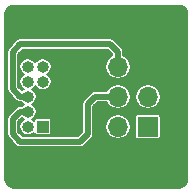
<source format=gbr>
G04 #@! TF.FileFunction,Copper,L2,Bot,Signal*
%FSLAX46Y46*%
G04 Gerber Fmt 4.6, Leading zero omitted, Abs format (unit mm)*
G04 Created by KiCad (PCBNEW 4.0.7) date 2018 January 31, Wednesday 20:45:58*
%MOMM*%
%LPD*%
G01*
G04 APERTURE LIST*
%ADD10C,0.100000*%
%ADD11R,1.000000X1.000000*%
%ADD12O,1.000000X1.000000*%
%ADD13R,1.700000X1.700000*%
%ADD14O,1.700000X1.700000*%
%ADD15C,0.508000*%
%ADD16C,0.152400*%
G04 APERTURE END LIST*
D10*
D11*
X147460000Y-102540000D03*
D12*
X146190000Y-102540000D03*
X147460000Y-101270000D03*
X146190000Y-101270000D03*
X147460000Y-100000000D03*
X146190000Y-100000000D03*
X147460000Y-98730000D03*
X146190000Y-98730000D03*
X147460000Y-97460000D03*
X146190000Y-97460000D03*
D13*
X156350000Y-102540000D03*
D14*
X153810000Y-102540000D03*
X156350000Y-100000000D03*
X153810000Y-100000000D03*
X156350000Y-97460000D03*
X153810000Y-97460000D03*
D15*
X147460000Y-100000000D02*
X150000000Y-100000000D01*
X147460000Y-101270000D02*
X149365000Y-101270000D01*
X149365000Y-101270000D02*
X150000000Y-100635000D01*
X150000000Y-100635000D02*
X150000000Y-100000000D01*
X150000000Y-100000000D02*
X150000000Y-99365000D01*
X150000000Y-99365000D02*
X150635000Y-98730000D01*
X150635000Y-98730000D02*
X155080000Y-98730000D01*
X155080000Y-98730000D02*
X156350000Y-97460000D01*
X146190000Y-101270000D02*
X145555000Y-101270000D01*
X151905000Y-100000000D02*
X153810000Y-100000000D01*
X151270000Y-100635000D02*
X151905000Y-100000000D01*
X151270000Y-103175000D02*
X151270000Y-100635000D01*
X150635000Y-103810000D02*
X151270000Y-103175000D01*
X145555000Y-103810000D02*
X150635000Y-103810000D01*
X144920000Y-103175000D02*
X145555000Y-103810000D01*
X144920000Y-101905000D02*
X144920000Y-103175000D01*
X145555000Y-101270000D02*
X144920000Y-101905000D01*
X146190000Y-100000000D02*
X145555000Y-100000000D01*
X153810000Y-96190000D02*
X153810000Y-97460000D01*
X153175000Y-95555000D02*
X153810000Y-96190000D01*
X145555000Y-95555000D02*
X153175000Y-95555000D01*
X144920000Y-96190000D02*
X145555000Y-95555000D01*
X144920000Y-99365000D02*
X144920000Y-96190000D01*
X145555000Y-100000000D02*
X144920000Y-99365000D01*
D16*
G36*
X159264224Y-92362104D02*
X159488224Y-92511776D01*
X159637896Y-92735776D01*
X159696400Y-93029899D01*
X159696400Y-106970101D01*
X159637896Y-107264224D01*
X159488224Y-107488224D01*
X159264224Y-107637896D01*
X158970101Y-107696400D01*
X145029899Y-107696400D01*
X144735776Y-107637896D01*
X144511776Y-107488224D01*
X144362104Y-107264224D01*
X144303600Y-106970101D01*
X144303600Y-96190000D01*
X144437400Y-96190000D01*
X144437400Y-99365000D01*
X144474136Y-99549683D01*
X144578750Y-99706250D01*
X145213748Y-100341247D01*
X145213750Y-100341250D01*
X145320776Y-100412762D01*
X145370317Y-100445864D01*
X145555000Y-100482601D01*
X145555005Y-100482600D01*
X145638747Y-100482600D01*
X145660528Y-100515198D01*
X145839824Y-100635000D01*
X145660528Y-100754802D01*
X145638747Y-100787400D01*
X145555005Y-100787400D01*
X145555000Y-100787399D01*
X145370317Y-100824136D01*
X145213750Y-100928750D01*
X145213748Y-100928753D01*
X144578750Y-101563750D01*
X144474136Y-101720317D01*
X144437400Y-101905000D01*
X144437400Y-103175000D01*
X144474136Y-103359683D01*
X144578750Y-103516250D01*
X145213748Y-104151247D01*
X145213750Y-104151250D01*
X145370317Y-104255864D01*
X145555000Y-104292601D01*
X145555005Y-104292600D01*
X150635000Y-104292600D01*
X150819683Y-104255864D01*
X150976250Y-104151250D01*
X151611247Y-103516252D01*
X151611250Y-103516250D01*
X151715864Y-103359683D01*
X151745014Y-103213139D01*
X151752601Y-103175000D01*
X151752600Y-103174995D01*
X151752600Y-102540000D01*
X152710269Y-102540000D01*
X152792373Y-102952762D01*
X153026184Y-103302685D01*
X153376107Y-103536496D01*
X153788869Y-103618600D01*
X153831131Y-103618600D01*
X154243893Y-103536496D01*
X154593816Y-103302685D01*
X154827627Y-102952762D01*
X154909731Y-102540000D01*
X154827627Y-102127238D01*
X154593816Y-101777315D01*
X154463140Y-101690000D01*
X155266922Y-101690000D01*
X155266922Y-103390000D01*
X155282862Y-103474714D01*
X155332928Y-103552518D01*
X155409320Y-103604715D01*
X155500000Y-103623078D01*
X157200000Y-103623078D01*
X157284714Y-103607138D01*
X157362518Y-103557072D01*
X157414715Y-103480680D01*
X157433078Y-103390000D01*
X157433078Y-101690000D01*
X157417138Y-101605286D01*
X157367072Y-101527482D01*
X157290680Y-101475285D01*
X157200000Y-101456922D01*
X155500000Y-101456922D01*
X155415286Y-101472862D01*
X155337482Y-101522928D01*
X155285285Y-101599320D01*
X155266922Y-101690000D01*
X154463140Y-101690000D01*
X154243893Y-101543504D01*
X153831131Y-101461400D01*
X153788869Y-101461400D01*
X153376107Y-101543504D01*
X153026184Y-101777315D01*
X152792373Y-102127238D01*
X152710269Y-102540000D01*
X151752600Y-102540000D01*
X151752600Y-100834900D01*
X152104899Y-100482600D01*
X152839037Y-100482600D01*
X153026184Y-100762685D01*
X153376107Y-100996496D01*
X153788869Y-101078600D01*
X153831131Y-101078600D01*
X154243893Y-100996496D01*
X154593816Y-100762685D01*
X154827627Y-100412762D01*
X154909731Y-100000000D01*
X155250269Y-100000000D01*
X155332373Y-100412762D01*
X155566184Y-100762685D01*
X155916107Y-100996496D01*
X156328869Y-101078600D01*
X156371131Y-101078600D01*
X156783893Y-100996496D01*
X157133816Y-100762685D01*
X157367627Y-100412762D01*
X157449731Y-100000000D01*
X157367627Y-99587238D01*
X157133816Y-99237315D01*
X156783893Y-99003504D01*
X156371131Y-98921400D01*
X156328869Y-98921400D01*
X155916107Y-99003504D01*
X155566184Y-99237315D01*
X155332373Y-99587238D01*
X155250269Y-100000000D01*
X154909731Y-100000000D01*
X154827627Y-99587238D01*
X154593816Y-99237315D01*
X154243893Y-99003504D01*
X153831131Y-98921400D01*
X153788869Y-98921400D01*
X153376107Y-99003504D01*
X153026184Y-99237315D01*
X152839037Y-99517400D01*
X151905005Y-99517400D01*
X151905000Y-99517399D01*
X151720317Y-99554136D01*
X151563750Y-99658750D01*
X151563748Y-99658753D01*
X150928750Y-100293750D01*
X150824136Y-100450317D01*
X150787400Y-100635000D01*
X150787400Y-102975101D01*
X150435100Y-103327400D01*
X145754899Y-103327400D01*
X145402600Y-102975100D01*
X145402600Y-102104900D01*
X145697558Y-101809941D01*
X145839824Y-101905000D01*
X145660528Y-102024802D01*
X145502587Y-102261177D01*
X145447126Y-102540000D01*
X145502587Y-102818823D01*
X145660528Y-103055198D01*
X145896903Y-103213139D01*
X146175726Y-103268600D01*
X146204274Y-103268600D01*
X146483097Y-103213139D01*
X146719472Y-103055198D01*
X146727516Y-103043159D01*
X146742862Y-103124714D01*
X146792928Y-103202518D01*
X146869320Y-103254715D01*
X146960000Y-103273078D01*
X147960000Y-103273078D01*
X148044714Y-103257138D01*
X148122518Y-103207072D01*
X148174715Y-103130680D01*
X148193078Y-103040000D01*
X148193078Y-102040000D01*
X148177138Y-101955286D01*
X148127072Y-101877482D01*
X148050680Y-101825285D01*
X147960000Y-101806922D01*
X146960000Y-101806922D01*
X146875286Y-101822862D01*
X146797482Y-101872928D01*
X146745285Y-101949320D01*
X146727551Y-102036893D01*
X146719472Y-102024802D01*
X146540176Y-101905000D01*
X146719472Y-101785198D01*
X146877413Y-101548823D01*
X146932874Y-101270000D01*
X146877413Y-100991177D01*
X146719472Y-100754802D01*
X146540176Y-100635000D01*
X146719472Y-100515198D01*
X146877413Y-100278823D01*
X146932874Y-100000000D01*
X146877413Y-99721177D01*
X146719472Y-99484802D01*
X146540176Y-99365000D01*
X146719472Y-99245198D01*
X146825000Y-99087264D01*
X146930528Y-99245198D01*
X147166903Y-99403139D01*
X147445726Y-99458600D01*
X147474274Y-99458600D01*
X147753097Y-99403139D01*
X147989472Y-99245198D01*
X148147413Y-99008823D01*
X148202874Y-98730000D01*
X148147413Y-98451177D01*
X147989472Y-98214802D01*
X147810176Y-98095000D01*
X147989472Y-97975198D01*
X148147413Y-97738823D01*
X148202874Y-97460000D01*
X148147413Y-97181177D01*
X147989472Y-96944802D01*
X147753097Y-96786861D01*
X147474274Y-96731400D01*
X147445726Y-96731400D01*
X147166903Y-96786861D01*
X146930528Y-96944802D01*
X146825000Y-97102736D01*
X146719472Y-96944802D01*
X146483097Y-96786861D01*
X146204274Y-96731400D01*
X146175726Y-96731400D01*
X145896903Y-96786861D01*
X145660528Y-96944802D01*
X145502587Y-97181177D01*
X145447126Y-97460000D01*
X145502587Y-97738823D01*
X145660528Y-97975198D01*
X145839824Y-98095000D01*
X145660528Y-98214802D01*
X145502587Y-98451177D01*
X145447126Y-98730000D01*
X145502587Y-99008823D01*
X145660528Y-99245198D01*
X145839824Y-99365000D01*
X145697558Y-99460059D01*
X145402600Y-99165100D01*
X145402600Y-96389900D01*
X145754899Y-96037600D01*
X152975100Y-96037600D01*
X153327400Y-96389899D01*
X153327400Y-96496049D01*
X153026184Y-96697315D01*
X152792373Y-97047238D01*
X152710269Y-97460000D01*
X152792373Y-97872762D01*
X153026184Y-98222685D01*
X153376107Y-98456496D01*
X153788869Y-98538600D01*
X153831131Y-98538600D01*
X154243893Y-98456496D01*
X154593816Y-98222685D01*
X154827627Y-97872762D01*
X154909731Y-97460000D01*
X154827627Y-97047238D01*
X154593816Y-96697315D01*
X154292600Y-96496049D01*
X154292600Y-96190005D01*
X154292601Y-96190000D01*
X154255864Y-96005317D01*
X154182988Y-95896250D01*
X154151250Y-95848750D01*
X154151247Y-95848748D01*
X153516250Y-95213750D01*
X153359683Y-95109136D01*
X153175000Y-95072400D01*
X145555005Y-95072400D01*
X145555000Y-95072399D01*
X145370317Y-95109136D01*
X145213750Y-95213750D01*
X145213748Y-95213753D01*
X144578750Y-95848750D01*
X144474136Y-96005317D01*
X144437400Y-96190000D01*
X144303600Y-96190000D01*
X144303600Y-93029899D01*
X144362104Y-92735776D01*
X144511776Y-92511776D01*
X144735776Y-92362104D01*
X145029899Y-92303600D01*
X158970101Y-92303600D01*
X159264224Y-92362104D01*
X159264224Y-92362104D01*
G37*
X159264224Y-92362104D02*
X159488224Y-92511776D01*
X159637896Y-92735776D01*
X159696400Y-93029899D01*
X159696400Y-106970101D01*
X159637896Y-107264224D01*
X159488224Y-107488224D01*
X159264224Y-107637896D01*
X158970101Y-107696400D01*
X145029899Y-107696400D01*
X144735776Y-107637896D01*
X144511776Y-107488224D01*
X144362104Y-107264224D01*
X144303600Y-106970101D01*
X144303600Y-96190000D01*
X144437400Y-96190000D01*
X144437400Y-99365000D01*
X144474136Y-99549683D01*
X144578750Y-99706250D01*
X145213748Y-100341247D01*
X145213750Y-100341250D01*
X145320776Y-100412762D01*
X145370317Y-100445864D01*
X145555000Y-100482601D01*
X145555005Y-100482600D01*
X145638747Y-100482600D01*
X145660528Y-100515198D01*
X145839824Y-100635000D01*
X145660528Y-100754802D01*
X145638747Y-100787400D01*
X145555005Y-100787400D01*
X145555000Y-100787399D01*
X145370317Y-100824136D01*
X145213750Y-100928750D01*
X145213748Y-100928753D01*
X144578750Y-101563750D01*
X144474136Y-101720317D01*
X144437400Y-101905000D01*
X144437400Y-103175000D01*
X144474136Y-103359683D01*
X144578750Y-103516250D01*
X145213748Y-104151247D01*
X145213750Y-104151250D01*
X145370317Y-104255864D01*
X145555000Y-104292601D01*
X145555005Y-104292600D01*
X150635000Y-104292600D01*
X150819683Y-104255864D01*
X150976250Y-104151250D01*
X151611247Y-103516252D01*
X151611250Y-103516250D01*
X151715864Y-103359683D01*
X151745014Y-103213139D01*
X151752601Y-103175000D01*
X151752600Y-103174995D01*
X151752600Y-102540000D01*
X152710269Y-102540000D01*
X152792373Y-102952762D01*
X153026184Y-103302685D01*
X153376107Y-103536496D01*
X153788869Y-103618600D01*
X153831131Y-103618600D01*
X154243893Y-103536496D01*
X154593816Y-103302685D01*
X154827627Y-102952762D01*
X154909731Y-102540000D01*
X154827627Y-102127238D01*
X154593816Y-101777315D01*
X154463140Y-101690000D01*
X155266922Y-101690000D01*
X155266922Y-103390000D01*
X155282862Y-103474714D01*
X155332928Y-103552518D01*
X155409320Y-103604715D01*
X155500000Y-103623078D01*
X157200000Y-103623078D01*
X157284714Y-103607138D01*
X157362518Y-103557072D01*
X157414715Y-103480680D01*
X157433078Y-103390000D01*
X157433078Y-101690000D01*
X157417138Y-101605286D01*
X157367072Y-101527482D01*
X157290680Y-101475285D01*
X157200000Y-101456922D01*
X155500000Y-101456922D01*
X155415286Y-101472862D01*
X155337482Y-101522928D01*
X155285285Y-101599320D01*
X155266922Y-101690000D01*
X154463140Y-101690000D01*
X154243893Y-101543504D01*
X153831131Y-101461400D01*
X153788869Y-101461400D01*
X153376107Y-101543504D01*
X153026184Y-101777315D01*
X152792373Y-102127238D01*
X152710269Y-102540000D01*
X151752600Y-102540000D01*
X151752600Y-100834900D01*
X152104899Y-100482600D01*
X152839037Y-100482600D01*
X153026184Y-100762685D01*
X153376107Y-100996496D01*
X153788869Y-101078600D01*
X153831131Y-101078600D01*
X154243893Y-100996496D01*
X154593816Y-100762685D01*
X154827627Y-100412762D01*
X154909731Y-100000000D01*
X155250269Y-100000000D01*
X155332373Y-100412762D01*
X155566184Y-100762685D01*
X155916107Y-100996496D01*
X156328869Y-101078600D01*
X156371131Y-101078600D01*
X156783893Y-100996496D01*
X157133816Y-100762685D01*
X157367627Y-100412762D01*
X157449731Y-100000000D01*
X157367627Y-99587238D01*
X157133816Y-99237315D01*
X156783893Y-99003504D01*
X156371131Y-98921400D01*
X156328869Y-98921400D01*
X155916107Y-99003504D01*
X155566184Y-99237315D01*
X155332373Y-99587238D01*
X155250269Y-100000000D01*
X154909731Y-100000000D01*
X154827627Y-99587238D01*
X154593816Y-99237315D01*
X154243893Y-99003504D01*
X153831131Y-98921400D01*
X153788869Y-98921400D01*
X153376107Y-99003504D01*
X153026184Y-99237315D01*
X152839037Y-99517400D01*
X151905005Y-99517400D01*
X151905000Y-99517399D01*
X151720317Y-99554136D01*
X151563750Y-99658750D01*
X151563748Y-99658753D01*
X150928750Y-100293750D01*
X150824136Y-100450317D01*
X150787400Y-100635000D01*
X150787400Y-102975101D01*
X150435100Y-103327400D01*
X145754899Y-103327400D01*
X145402600Y-102975100D01*
X145402600Y-102104900D01*
X145697558Y-101809941D01*
X145839824Y-101905000D01*
X145660528Y-102024802D01*
X145502587Y-102261177D01*
X145447126Y-102540000D01*
X145502587Y-102818823D01*
X145660528Y-103055198D01*
X145896903Y-103213139D01*
X146175726Y-103268600D01*
X146204274Y-103268600D01*
X146483097Y-103213139D01*
X146719472Y-103055198D01*
X146727516Y-103043159D01*
X146742862Y-103124714D01*
X146792928Y-103202518D01*
X146869320Y-103254715D01*
X146960000Y-103273078D01*
X147960000Y-103273078D01*
X148044714Y-103257138D01*
X148122518Y-103207072D01*
X148174715Y-103130680D01*
X148193078Y-103040000D01*
X148193078Y-102040000D01*
X148177138Y-101955286D01*
X148127072Y-101877482D01*
X148050680Y-101825285D01*
X147960000Y-101806922D01*
X146960000Y-101806922D01*
X146875286Y-101822862D01*
X146797482Y-101872928D01*
X146745285Y-101949320D01*
X146727551Y-102036893D01*
X146719472Y-102024802D01*
X146540176Y-101905000D01*
X146719472Y-101785198D01*
X146877413Y-101548823D01*
X146932874Y-101270000D01*
X146877413Y-100991177D01*
X146719472Y-100754802D01*
X146540176Y-100635000D01*
X146719472Y-100515198D01*
X146877413Y-100278823D01*
X146932874Y-100000000D01*
X146877413Y-99721177D01*
X146719472Y-99484802D01*
X146540176Y-99365000D01*
X146719472Y-99245198D01*
X146825000Y-99087264D01*
X146930528Y-99245198D01*
X147166903Y-99403139D01*
X147445726Y-99458600D01*
X147474274Y-99458600D01*
X147753097Y-99403139D01*
X147989472Y-99245198D01*
X148147413Y-99008823D01*
X148202874Y-98730000D01*
X148147413Y-98451177D01*
X147989472Y-98214802D01*
X147810176Y-98095000D01*
X147989472Y-97975198D01*
X148147413Y-97738823D01*
X148202874Y-97460000D01*
X148147413Y-97181177D01*
X147989472Y-96944802D01*
X147753097Y-96786861D01*
X147474274Y-96731400D01*
X147445726Y-96731400D01*
X147166903Y-96786861D01*
X146930528Y-96944802D01*
X146825000Y-97102736D01*
X146719472Y-96944802D01*
X146483097Y-96786861D01*
X146204274Y-96731400D01*
X146175726Y-96731400D01*
X145896903Y-96786861D01*
X145660528Y-96944802D01*
X145502587Y-97181177D01*
X145447126Y-97460000D01*
X145502587Y-97738823D01*
X145660528Y-97975198D01*
X145839824Y-98095000D01*
X145660528Y-98214802D01*
X145502587Y-98451177D01*
X145447126Y-98730000D01*
X145502587Y-99008823D01*
X145660528Y-99245198D01*
X145839824Y-99365000D01*
X145697558Y-99460059D01*
X145402600Y-99165100D01*
X145402600Y-96389900D01*
X145754899Y-96037600D01*
X152975100Y-96037600D01*
X153327400Y-96389899D01*
X153327400Y-96496049D01*
X153026184Y-96697315D01*
X152792373Y-97047238D01*
X152710269Y-97460000D01*
X152792373Y-97872762D01*
X153026184Y-98222685D01*
X153376107Y-98456496D01*
X153788869Y-98538600D01*
X153831131Y-98538600D01*
X154243893Y-98456496D01*
X154593816Y-98222685D01*
X154827627Y-97872762D01*
X154909731Y-97460000D01*
X154827627Y-97047238D01*
X154593816Y-96697315D01*
X154292600Y-96496049D01*
X154292600Y-96190005D01*
X154292601Y-96190000D01*
X154255864Y-96005317D01*
X154182988Y-95896250D01*
X154151250Y-95848750D01*
X154151247Y-95848748D01*
X153516250Y-95213750D01*
X153359683Y-95109136D01*
X153175000Y-95072400D01*
X145555005Y-95072400D01*
X145555000Y-95072399D01*
X145370317Y-95109136D01*
X145213750Y-95213750D01*
X145213748Y-95213753D01*
X144578750Y-95848750D01*
X144474136Y-96005317D01*
X144437400Y-96190000D01*
X144303600Y-96190000D01*
X144303600Y-93029899D01*
X144362104Y-92735776D01*
X144511776Y-92511776D01*
X144735776Y-92362104D01*
X145029899Y-92303600D01*
X158970101Y-92303600D01*
X159264224Y-92362104D01*
M02*

</source>
